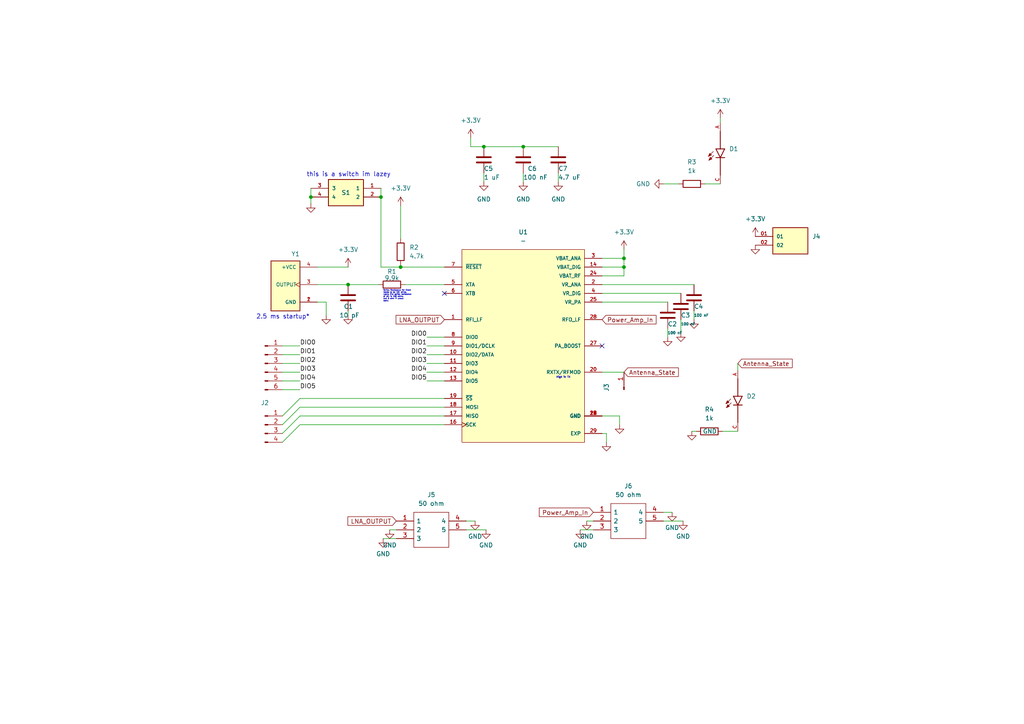
<source format=kicad_sch>
(kicad_sch (version 20230121) (generator eeschema)
  (paper "A4")
  (lib_symbols
    (symbol "0603 LED:LTST-C190KRKT" (pin_names (offset 1.016))
      (property "Reference" "D" (at -2.0351 4.0703 0))
      (property "Value" "LTST-C190KRKT" (at -2.0337 -3.8132 0))
      (symbol "LTST-C190KRKT_0_0"
        (polyline (pts (xy -5.08 0) (xy 0 0)) (stroke (width 0.254)))
        (polyline (pts (xy 0 -1.27) (xy 0 0)) (stroke (width 0.254)))
        (polyline (pts (xy 0 0) (xy 0 1.27)) (stroke (width 0.254)))
        (polyline (pts (xy 0 0) (xy 2.54 1.27)) (stroke (width 0.254)))
        (polyline (pts (xy 0.635 1.905) (xy -0.762 3.302)) (stroke (width 0.1524)))
        (polyline (pts (xy 1.778 2.032) (xy 0.381 3.429)) (stroke (width 0.1524)))
        (polyline (pts (xy 2.54 -1.27) (xy 0 0)) (stroke (width 0.254)))
        (polyline (pts (xy 2.54 -1.27) (xy 2.54 0)) (stroke (width 0.254)))
        (polyline (pts (xy 2.54 0) (xy 2.54 1.27)) (stroke (width 0.254)))
        (polyline (pts (xy 2.54 0) (xy 7.62 0)) (stroke (width 0.254)))
        (polyline (pts (xy -0.762 3.302) (xy 0.127 2.921) (xy -0.381 2.413) (xy -0.762 3.302)) (stroke (width 0.1524)) (fill (type outline)))
        (polyline (pts (xy 0.381 3.429) (xy 1.27 3.048) (xy 0.762 2.54) (xy 0.381 3.429)) (stroke (width 0.1524)) (fill (type outline)))
        (pin passive line (at 10.16 0 180) (length 2.54) (name "~") (number "A"))
        (pin passive line (at -7.62 0 0) (length 2.54) (name "~") (number "C"))
      )
    )
    (symbol "32 MHz TXCO:ASTX-13-D-32.000MHz-I05-T" (pin_names (offset 1.016))
      (property "Reference" "Y1" (at 0 12.7 0))
      (property "Value" "ASTX-13-D-32.000MHz-I05-T" (at 0 10.16 0))
      (symbol "ASTX-13-D-32.000MHz-I05-T_0_0"
        (rectangle (start 6.858 6.858) (end 15.24 -7.62) (stroke (width 0.254)) (fill (type background)))
        (pin power_in line (at 20.32 -5.08 180) (length 5.08) (name "GND") (number "1"))
        (pin power_in line (at 20.32 -5.08 180) (length 5.08) (name "GND") (number "2"))
        (pin output clock (at 20.32 0 180) (length 5.08) (name "OUTPUT") (number "3"))
        (pin power_in line (at 20.32 5.08 180) (length 5.08) (name "+VCC") (number "4"))
      )
    )
    (symbol "Connector:Conn_01x01_Pin" (pin_names (offset 1.016) hide)
      (property "Reference" "J" (at 0 2.54 0))
      (property "Value" "Conn_01x01_Pin" (at 0 -2.54 0))
      (symbol "Conn_01x01_Pin_1_1"
        (polyline (pts (xy 1.27 0) (xy 0.8636 0)) (stroke (width 0.1524)))
        (rectangle (start 0.8636 0.127) (end 0 -0.127) (stroke (width 0.1524)) (fill (type outline)))
        (pin passive line (at 5.08 0 180) (length 3.81) (name "Pin_1") (number "1"))
      )
    )
    (symbol "Connector:Conn_01x04_Pin" (pin_names (offset 1.016) hide)
      (property "Reference" "J" (at 0 5.08 0))
      (property "Value" "Conn_01x04_Pin" (at 0 -7.62 0))
      (symbol "Conn_01x04_Pin_1_1"
        (polyline (pts (xy 1.27 -5.08) (xy 0.8636 -5.08)) (stroke (width 0.1524)))
        (polyline (pts (xy 1.27 -2.54) (xy 0.8636 -2.54)) (stroke (width 0.1524)))
        (polyline (pts (xy 1.27 0) (xy 0.8636 0)) (stroke (width 0.1524)))
        (polyline (pts (xy 1.27 2.54) (xy 0.8636 2.54)) (stroke (width 0.1524)))
        (rectangle (start 0.8636 -4.953) (end 0 -5.207) (stroke (width 0.1524)) (fill (type outline)))
        (rectangle (start 0.8636 -2.413) (end 0 -2.667) (stroke (width 0.1524)) (fill (type outline)))
        (rectangle (start 0.8636 0.127) (end 0 -0.127) (stroke (width 0.1524)) (fill (type outline)))
        (rectangle (start 0.8636 2.667) (end 0 2.413) (stroke (width 0.1524)) (fill (type outline)))
        (pin passive line (at 5.08 2.54 180) (length 3.81) (name "Pin_1") (number "1"))
        (pin passive line (at 5.08 0 180) (length 3.81) (name "Pin_2") (number "2"))
        (pin passive line (at 5.08 -2.54 180) (length 3.81) (name "Pin_3") (number "3"))
        (pin passive line (at 5.08 -5.08 180) (length 3.81) (name "Pin_4") (number "4"))
      )
    )
    (symbol "Connector:Conn_01x06_Pin" (pin_names (offset 1.016) hide)
      (property "Reference" "J" (at 0 7.62 0))
      (property "Value" "Conn_01x06_Pin" (at 0 -10.16 0))
      (symbol "Conn_01x06_Pin_1_1"
        (polyline (pts (xy 1.27 -7.62) (xy 0.8636 -7.62)) (stroke (width 0.1524)))
        (polyline (pts (xy 1.27 -5.08) (xy 0.8636 -5.08)) (stroke (width 0.1524)))
        (polyline (pts (xy 1.27 -2.54) (xy 0.8636 -2.54)) (stroke (width 0.1524)))
        (polyline (pts (xy 1.27 0) (xy 0.8636 0)) (stroke (width 0.1524)))
        (polyline (pts (xy 1.27 2.54) (xy 0.8636 2.54)) (stroke (width 0.1524)))
        (polyline (pts (xy 1.27 5.08) (xy 0.8636 5.08)) (stroke (width 0.1524)))
        (rectangle (start 0.8636 -7.493) (end 0 -7.747) (stroke (width 0.1524)) (fill (type outline)))
        (rectangle (start 0.8636 -4.953) (end 0 -5.207) (stroke (width 0.1524)) (fill (type outline)))
        (rectangle (start 0.8636 -2.413) (end 0 -2.667) (stroke (width 0.1524)) (fill (type outline)))
        (rectangle (start 0.8636 0.127) (end 0 -0.127) (stroke (width 0.1524)) (fill (type outline)))
        (rectangle (start 0.8636 2.667) (end 0 2.413) (stroke (width 0.1524)) (fill (type outline)))
        (rectangle (start 0.8636 5.207) (end 0 4.953) (stroke (width 0.1524)) (fill (type outline)))
        (pin passive line (at 5.08 5.08 180) (length 3.81) (name "Pin_1") (number "1"))
        (pin passive line (at 5.08 2.54 180) (length 3.81) (name "Pin_2") (number "2"))
        (pin passive line (at 5.08 0 180) (length 3.81) (name "Pin_3") (number "3"))
        (pin passive line (at 5.08 -2.54 180) (length 3.81) (name "Pin_4") (number "4"))
        (pin passive line (at 5.08 -5.08 180) (length 3.81) (name "Pin_5") (number "5"))
        (pin passive line (at 5.08 -7.62 180) (length 3.81) (name "Pin_6") (number "6"))
      )
    )
    (symbol "Device:C" (pin_numbers hide) (pin_names (offset 0.254))
      (property "Reference" "C" (at 0.635 2.54 0))
      (property "Value" "C" (at 0.635 -2.54 0))
      (symbol "C_0_1"
        (polyline (pts (xy -2.032 -0.762) (xy 2.032 -0.762)) (stroke (width 0.508)))
        (polyline (pts (xy -2.032 0.762) (xy 2.032 0.762)) (stroke (width 0.508)))
      )
      (symbol "C_1_1"
        (pin passive line (at 0 3.81 270) (length 2.794) (name "~") (number "1"))
        (pin passive line (at 0 -3.81 90) (length 2.794) (name "~") (number "2"))
      )
    )
    (symbol "Device:R" (pin_numbers hide) (pin_names (offset 0))
      (property "Reference" "R" (at 2.032 0 90))
      (property "Value" "R" (at 0 0 90))
      (symbol "R_0_1"
        (rectangle (start -1.016 -2.54) (end 1.016 2.54) (stroke (width 0.254)))
      )
      (symbol "R_1_1"
        (pin passive line (at 0 3.81 270) (length 1.27) (name "~") (number "1"))
        (pin passive line (at 0 -3.81 90) (length 1.27) (name "~") (number "2"))
      )
    )
    (symbol "Push Button:PTS810SJK250SMTRLFS" (pin_names (offset 1.016))
      (property "Reference" "S" (at 16.51 7.62 0))
      (property "Value" "PTS810SJK250SMTRLFS" (at 16.51 5.08 0))
      (symbol "PTS810SJK250SMTRLFS_0_0"
        (rectangle (start 5.08 -5.08) (end 15.24 2.54) (stroke (width 0.254)) (fill (type background)))
        (pin bidirectional line (at 0 0 0) (length 5.08) (name "1") (number "1"))
        (pin bidirectional line (at 0 -2.54 0) (length 5.08) (name "2") (number "2"))
        (pin bidirectional line (at 20.32 0 180) (length 5.08) (name "3") (number "3"))
        (pin bidirectional line (at 20.32 -2.54 180) (length 5.08) (name "4") (number "4"))
      )
    )
    (symbol "SMA Jacks:5-1814400-2" (pin_names (offset 0.762))
      (property "Reference" "J" (at 16.51 7.62 0))
      (property "Value" "5-1814400-2" (at 16.51 5.08 0))
      (symbol "5-1814400-2_0_0"
        (pin passive line (at 0 0 0) (length 5.08) (name "1") (number "1"))
        (pin passive line (at 0 -2.54 0) (length 5.08) (name "2") (number "2"))
        (pin passive line (at 0 -5.08 0) (length 5.08) (name "3") (number "3"))
        (pin passive line (at 20.32 0 180) (length 5.08) (name "4") (number "4"))
        (pin passive line (at 20.32 -2.54 180) (length 5.08) (name "5") (number "5"))
      )
      (symbol "5-1814400-2_0_1"
        (polyline (pts (xy 5.08 2.54) (xy 15.24 2.54) (xy 15.24 -7.62) (xy 5.08 -7.62) (xy 5.08 2.54)) (stroke (width 0.1524)))
      )
    )
    (symbol "Two Terminal Block:1935776" (pin_names (offset 1.016))
      (property "Reference" "J" (at -5.08 5.842 0))
      (property "Value" "1935776" (at -5.08 -5.08 0))
      (symbol "1935776_0_0"
        (rectangle (start -5.08 -2.54) (end 5.08 5.08) (stroke (width 0.254)) (fill (type background)))
        (pin passive line (at -10.16 2.54 0) (length 5.08) (name "01") (number "01"))
        (pin passive line (at -10.16 0 0) (length 5.08) (name "02") (number "02"))
      )
    )
    (symbol "power:+3.3V" (power) (pin_names (offset 0))
      (property "Value" "+3.3V" (at 0 3.556 0))
      (symbol "+3.3V_0_1"
        (polyline (pts (xy -0.762 1.27) (xy 0 2.54)))
        (polyline (pts (xy 0 0) (xy 0 2.54)))
        (polyline (pts (xy 0 2.54) (xy 0.762 1.27)))
      )
      (symbol "+3.3V_1_1"
        (pin power_in line (at 0 0 90) (length 0) hide (name "+3.3V") (number "1"))
      )
    )
    (symbol "power:GND" (power) (pin_names (offset 0))
      (property "Value" "GND" (at 0 -3.81 0))
      (symbol "GND_0_1"
        (polyline (pts (xy 0 0) (xy 0 -1.27) (xy 1.27 -1.27) (xy 0 -2.54) (xy -1.27 -1.27) (xy 0 -1.27)))
      )
      (symbol "GND_1_1"
        (pin power_in line (at 0 0 270) (length 0) hide (name "GND") (number "1"))
      )
    )
    (symbol "sx1278:SX1278" (pin_names (offset 1.016))
      (property "Reference" "U" (at -17.78 30.48 0))
      (property "Value" "SX1278" (at -17.78 -30.48 0))
      (symbol "SX1278_0_0"
        (rectangle (start -17.78 -27.94) (end 17.78 27.94) (stroke (width 0.1524)) (fill (type background)))
        (pin input line (at -22.86 7.62 0) (length 5.08) (name "RFI_LF") (number "1"))
        (pin bidirectional line (at -22.86 -2.54 0) (length 5.08) (name "DIO2/DATA") (number "10"))
        (pin bidirectional line (at -22.86 -5.08 0) (length 5.08) (name "DIO3") (number "11"))
        (pin bidirectional line (at -22.86 -7.62 0) (length 5.08) (name "DIO4") (number "12"))
        (pin bidirectional line (at -22.86 -10.16 0) (length 5.08) (name "DIO5") (number "13"))
        (pin power_in line (at 22.86 22.86 180) (length 5.08) (name "VBAT_DIG") (number "14"))
        (pin power_in line (at 22.86 -20.32 180) (length 5.08) (name "GND") (number "15"))
        (pin input clock (at -22.86 -22.86 0) (length 5.08) (name "SCK") (number "16"))
        (pin output line (at -22.86 -20.32 0) (length 5.08) (name "MISO") (number "17"))
        (pin input line (at -22.86 -17.78 0) (length 5.08) (name "MOSI") (number "18"))
        (pin input line (at -22.86 -15.24 0) (length 5.08) (name "~{SS}") (number "19"))
        (pin power_in line (at 22.86 17.78 180) (length 5.08) (name "VR_ANA") (number "2"))
        (pin output line (at 22.86 -7.62 180) (length 5.08) (name "RXTX/RFMOD") (number "20"))
        (pin power_in line (at 22.86 -20.32 180) (length 5.08) (name "GND") (number "21"))
        (pin power_in line (at 22.86 -20.32 180) (length 5.08) (name "GND") (number "22"))
        (pin power_in line (at 22.86 -20.32 180) (length 5.08) (name "GND") (number "23"))
        (pin power_in line (at 22.86 20.32 180) (length 5.08) (name "VBAT_RF") (number "24"))
        (pin power_in line (at 22.86 12.7 180) (length 5.08) (name "VR_PA") (number "25"))
        (pin power_in line (at 22.86 -20.32 180) (length 5.08) (name "GND") (number "26"))
        (pin output line (at 22.86 0 180) (length 5.08) (name "PA_BOOST") (number "27"))
        (pin output line (at 22.86 7.62 180) (length 5.08) (name "RFO_LF") (number "28"))
        (pin power_in line (at 22.86 -25.4 180) (length 5.08) (name "EXP") (number "29"))
        (pin power_in line (at 22.86 25.4 180) (length 5.08) (name "VBAT_ANA") (number "3"))
        (pin power_in line (at 22.86 15.24 180) (length 5.08) (name "VR_DIG") (number "4"))
        (pin bidirectional line (at -22.86 17.78 0) (length 5.08) (name "XTA") (number "5"))
        (pin bidirectional line (at -22.86 15.24 0) (length 5.08) (name "XTB") (number "6"))
        (pin bidirectional line (at -22.86 22.86 0) (length 5.08) (name "~{RESET}") (number "7"))
        (pin bidirectional line (at -22.86 2.54 0) (length 5.08) (name "DIO0") (number "8"))
        (pin bidirectional line (at -22.86 0 0) (length 5.08) (name "DIO1/DCLK") (number "9"))
      )
    )
  )
  (junction (at 140.335 42.545))
  (junction (at 110.49 57.15))
  (junction (at 180.975 74.93))
  (junction (at 151.765 42.545))
  (junction (at 180.975 77.47))
  (junction (at 116.205 77.47))
  (junction (at 90.17 57.15))
  (junction (at 100.965 82.55))
  (no_connect (at 128.905 85.09))
  (no_connect (at 174.625 100.33))
  (wire (pts (xy 100.965 90.17) (xy 100.965 91.44)))
  (wire (pts (xy 193.675 95.25) (xy 193.675 97.79)))
  (wire (pts (xy 174.625 107.95) (xy 180.975 107.95)))
  (wire (pts (xy 192.405 53.34) (xy 196.85 53.34)))
  (wire (pts (xy 94.615 87.63) (xy 94.615 91.44)))
  (wire (pts (xy 140.335 50.165) (xy 140.335 52.705)))
  (wire (pts (xy 135.255 151.13) (xy 137.795 151.13)))
  (wire (pts (xy 110.49 54.61) (xy 110.49 57.15)))
  (wire (pts (xy 116.205 59.69) (xy 116.205 69.215)))
  (wire (pts (xy 113.03 153.67) (xy 114.935 153.67)))
  (wire (pts (xy 180.975 74.93) (xy 180.975 77.47)))
  (wire (pts (xy 209.55 125.095) (xy 213.995 125.095)))
  (wire (pts (xy 81.915 107.95) (xy 86.995 107.95)))
  (wire (pts (xy 174.625 87.63) (xy 193.675 87.63)))
  (wire (pts (xy 180.975 72.39) (xy 180.975 74.93)))
  (wire (pts (xy 174.625 77.47) (xy 180.975 77.47)))
  (wire (pts (xy 128.905 97.79) (xy 123.825 97.79)))
  (wire (pts (xy 174.625 120.65) (xy 179.705 120.65)))
  (wire (pts (xy 111.125 156.21) (xy 114.935 156.21)))
  (wire (pts (xy 128.905 120.65) (xy 86.995 120.65)))
  (wire (pts (xy 168.275 153.67) (xy 172.085 153.67)))
  (wire (pts (xy 175.895 125.73) (xy 175.895 128.27)))
  (wire (pts (xy 174.625 125.73) (xy 175.895 125.73)))
  (wire (pts (xy 81.915 110.49) (xy 86.995 110.49)))
  (wire (pts (xy 151.765 42.545) (xy 161.925 42.545)))
  (wire (pts (xy 92.075 82.55) (xy 100.965 82.55)))
  (wire (pts (xy 92.075 87.63) (xy 94.615 87.63)))
  (wire (pts (xy 128.905 118.11) (xy 86.995 118.11)))
  (wire (pts (xy 100.965 82.55) (xy 109.855 82.55)))
  (wire (pts (xy 90.17 57.15) (xy 90.17 59.055)))
  (wire (pts (xy 204.47 53.34) (xy 208.915 53.34)))
  (wire (pts (xy 86.995 120.65) (xy 81.915 125.73)))
  (wire (pts (xy 151.765 50.165) (xy 151.765 52.705)))
  (wire (pts (xy 81.915 102.87) (xy 86.995 102.87)))
  (wire (pts (xy 174.625 82.55) (xy 201.295 82.55)))
  (wire (pts (xy 116.205 77.47) (xy 128.905 77.47)))
  (wire (pts (xy 201.295 90.17) (xy 201.295 92.71)))
  (wire (pts (xy 128.905 105.41) (xy 123.825 105.41)))
  (wire (pts (xy 161.925 50.165) (xy 161.925 52.705)))
  (wire (pts (xy 140.335 42.545) (xy 151.765 42.545)))
  (wire (pts (xy 86.995 123.19) (xy 81.915 128.27)))
  (wire (pts (xy 116.205 76.835) (xy 116.205 77.47)))
  (wire (pts (xy 110.49 57.15) (xy 110.49 77.47)))
  (wire (pts (xy 208.915 34.29) (xy 208.915 35.56)))
  (wire (pts (xy 197.485 92.71) (xy 197.485 96.52)))
  (wire (pts (xy 192.405 151.13) (xy 198.12 151.13)))
  (wire (pts (xy 192.405 148.59) (xy 194.945 148.59)))
  (wire (pts (xy 92.075 77.47) (xy 100.965 77.47)))
  (wire (pts (xy 110.49 77.47) (xy 116.205 77.47)))
  (wire (pts (xy 86.995 118.11) (xy 81.915 123.19)))
  (wire (pts (xy 81.915 105.41) (xy 86.995 105.41)))
  (wire (pts (xy 174.625 74.93) (xy 180.975 74.93)))
  (wire (pts (xy 128.905 115.57) (xy 86.995 115.57)))
  (wire (pts (xy 174.625 80.01) (xy 180.975 80.01)))
  (wire (pts (xy 128.905 100.33) (xy 123.825 100.33)))
  (wire (pts (xy 136.525 40.005) (xy 136.525 42.545)))
  (wire (pts (xy 128.905 102.87) (xy 123.825 102.87)))
  (wire (pts (xy 117.475 82.55) (xy 128.905 82.55)))
  (wire (pts (xy 81.915 100.33) (xy 86.995 100.33)))
  (wire (pts (xy 180.975 77.47) (xy 180.975 80.01)))
  (wire (pts (xy 136.525 42.545) (xy 140.335 42.545)))
  (wire (pts (xy 86.995 115.57) (xy 81.915 120.65)))
  (wire (pts (xy 174.625 85.09) (xy 197.485 85.09)))
  (wire (pts (xy 128.905 107.95) (xy 123.825 107.95)))
  (wire (pts (xy 135.255 153.67) (xy 140.97 153.67)))
  (wire (pts (xy 128.905 123.19) (xy 86.995 123.19)))
  (wire (pts (xy 170.18 151.13) (xy 172.085 151.13)))
  (wire (pts (xy 179.705 120.65) (xy 179.705 123.19)))
  (wire (pts (xy 213.995 105.41) (xy 213.995 107.315)))
  (wire (pts (xy 128.905 110.49) (xy 123.825 110.49)))
  (wire (pts (xy 90.17 54.61) (xy 90.17 57.15)))
  (wire (pts (xy 81.915 113.03) (xy 86.995 113.03)))
  (wire (pts (xy 200.66 125.095) (xy 201.93 125.095)))
  (text "2.5 ms startup*\n" (at 74.295 92.71 0) (effects (font (size 1.27 1.27)) (justify left bottom)))
  (text "Series Resistance for Clock \nneeds to be 10k ohms. \nLooks like series resistance \nof pin is 100 ohms.\nUse 0 ohm if unece\nssary\n" (at 111.125 87.63 0) (effects (font (size 0.381 0.381)) (justify left bottom)))
  (text "High in TX" (at 161.29 109.855 0) (effects (font (size 0.508 0.508)) (justify left bottom)))
  (text "this is a switch im lazey " (at 88.9 51.435 0) (effects (font (size 1.27 1.27)) (justify left bottom)))
  (label "DIO5" (at 86.995 113.03 0))
  (label "DIO1" (at 86.995 102.87 0))
  (label "DIO3" (at 123.825 105.41 180))
  (label "DIO3" (at 86.995 107.95 0))
  (label "DIO5" (at 123.825 110.49 180))
  (label "DIO4" (at 123.825 107.95 180))
  (label "DIO4" (at 86.995 110.49 0))
  (label "DIO1" (at 123.825 100.33 180))
  (label "DIO2" (at 123.825 102.87 180))
  (label "DIO0" (at 123.825 97.79 180))
  (label "DIO2" (at 86.995 105.41 0))
  (label "DIO0" (at 86.995 100.33 0))
  (global_label "Antenna_State" (shape input) (at 213.995 105.41 0) (property "Intersheetrefs" "${INTERSHEET_REFS}" (effects hide)))
  (global_label "Power_Amp_In" (shape input) (at 172.085 148.59 180) (property "Intersheetrefs" "${INTERSHEET_REFS}" (effects hide)))
  (global_label "Antenna_State" (shape input) (at 180.975 107.95 0) (property "Intersheetrefs" "${INTERSHEET_REFS}" (effects hide)))
  (global_label "Power_Amp_In" (shape input) (at 174.625 92.71 0) (property "Intersheetrefs" "${INTERSHEET_REFS}" (effects hide)))
  (global_label "LNA_OUTPUT" (shape input) (at 114.935 151.13 180) (property "Intersheetrefs" "${INTERSHEET_REFS}" (effects hide)))
  (global_label "LNA_OUTPUT" (shape input) (at 128.905 92.71 180) (property "Intersheetrefs" "${INTERSHEET_REFS}" (effects hide)))
  (symbol (lib_id "Two Terminal Block:1935776") (at 229.235 71.12 0) (unit 1)
    (property "Reference" "J4" (at 235.585 68.58 0) (effects (justify left)))
    (property "Value" "-" (effects hide))
    (property "Footprint" "terminal block:PHOENIX_1935776" (effects hide))
    (property "Description" "TERM BLK 2POS SIDE ENTRY 5MM PCB" (effects hide))
    (property "Link" "https://www.digikey.com/en/products/detail/phoenix-contact/1935776/2513905" (effects hide))
    (property "Manufacturer" "Phoenix Contact" (effects hide))
    (property "Part Number" "1935776" (effects hide))
    (property "Vendor" "Digikey" (effects hide))
    (property "Vendor ID" "277-6405-ND" (effects hide))
  )
  (symbol (lib_id "Device:C") (at 151.765 46.355 0) (unit 1)
    (property "Reference" "C6" (at 153.035 48.895 0) (effects (justify left)))
    (property "Value" "100 nF" (at 151.765 51.435 0) (effects (justify left)))
    (property "Footprint" "Capacitor_SMD:C_0603_1608Metric_Pad1.08x0.95mm_HandSolder" (effects hide))
    (property "Description" "CAP CER 0.1UF 25V X7R 0603" (effects hide))
    (property "Link" "https://www.digikey.com/en/products/detail/w%C3%BCrth-elektronik/885012206071/5453844" (effects hide))
    (property "Manufacturer" "Würth Elektronik" (effects hide))
    (property "Part Number" "885012206071" (effects hide))
    (property "Vendor" "Digikey" (effects hide))
    (property "Vendor ID" "732-7989-1-ND" (effects hide))
  )
  (symbol (lib_id "0603 LED:LTST-C190KRKT") (at 213.995 117.475 90) (unit 1)
    (property "Reference" "D2" (at 216.535 114.935 90) (effects (justify right)))
    (property "Value" "-" (effects hide))
    (property "Footprint" "0603 LED:LEDC1608X35N" (effects hide))
    (property "Description" "LED RED CLEAR CHIP SMD" (effects hide))
    (property "Link" "https://www.digikey.com/en/products/detail/liteon/LTST-C190KRKT/386817?s=N4IgTCBcDaIDIBUDKCC0BhAjATgAwGkAlfBAAhAF0BfIA" (effects hide))
    (property "Manufacturer" "Lite-On Inc." (effects hide))
    (property "Part Number" "LTST-C190KRKT" (effects hide))
    (property "Vendor" "Digikey" (effects hide))
    (property "Vendor ID" "160-1436-1-ND" (effects hide))
  )
  (symbol (lib_id "Device:R") (at 200.66 53.34 90) (unit 1)
    (property "Reference" "R3" (at 200.66 46.99 90))
    (property "Value" "1k" (at 200.66 49.53 90))
    (property "Footprint" "Resistor_SMD:R_0603_1608Metric_Pad0.98x0.95mm_HandSolder" (effects hide))
    (property "Description" "RES SMD 1K OHM 5% 1/10W 0603" (effects hide))
    (property "Link" "https://www.digikey.com/en/products/detail/panasonic-electronic-components/ERJ-3GEYJ102V/68472?s=N4IgjCBcoExaBjKAzAhgGwM4FMA0IB7KAbXABYAGANjJAF18AHAFyhAGVmAnASwDsA5iAC%2B%2BAMzwQSSGix5CJEDACsFCQxAs2nXoJH5lk6bJz4ikUmLBUAnGFoatkDt35DR4KkZQZTCiyBiNjBkXo6szjpu%2BuAA7N4yvvLmpGDBhuHarnoeoQkmyYqxABwUcJmR2e74YLG00FI%2BcmaKZGC1ZOVMES661UrKcA3GSS0BITA2Yg7dWX0xsRTxw01%2BKYFgMGAUGbOV8x7tMMuIq4Xj9HsgAJJ8zNgC2Fwxm3b5o-6WwWS7mj1RORqqgo72anxAyisMz%2Bc2ih0hEBWiTB6wgFV6cJqNmKNlBa0UILoHhgFGKhiRBTGqQABABrADyAAsALaYS4w5wAVT4PGY9OQAFlsKhMABXLjYGIAWkRp2R%2BIC23oHil9TllPBxWKtgcKvJ6o%2BqJA%2BDgJrI6hVJ0a8vOpCo2zKFFwSqJwmEQA" (effects hide))
    (property "Manufacturer" "Panasonic Electronic Components" (effects hide))
    (property "Part Number" "ERJ-3GEYJ102V" (effects hide))
    (property "Vendor" "Digikey" (effects hide))
    (property "Vendor ID" "P1.0KGCT-ND" (effects hide))
  )
  (symbol (lib_id "power:GND") (at 194.945 148.59 0) (unit 1)
    (property "Reference" "#PWR027" (effects hide))
    (property "Value" "GND" (at 194.945 153.035 0))
  )
  (symbol (lib_id "Device:C") (at 140.335 46.355 0) (unit 1)
    (property "Reference" "C5" (at 140.335 48.895 0) (effects (justify left)))
    (property "Value" "1 uF" (at 140.335 51.435 0) (effects (justify left)))
    (property "Footprint" "Capacitor_SMD:C_0603_1608Metric_Pad1.08x0.95mm_HandSolder" (effects hide))
    (property "Description" "CAP CER 1UF 10V X5R 0603" (effects hide))
    (property "Link" "https://www.digikey.com/en/products/detail/w%C3%BCrth-elektronik/885012106010/5453762" (effects hide))
    (property "Manufacturer" "Würth Elektronik" (effects hide))
    (property "Part Number" "885012106010" (effects hide))
    (property "Vendor" "Digikey" (effects hide))
    (property "Vendor ID" "732-7907-1-ND" (effects hide))
  )
  (symbol (lib_id "power:GND") (at 90.17 59.055 0) (unit 1)
    (property "Reference" "#PWR01" (effects hide))
    (property "Value" "GND" (effects hide))
  )
  (symbol (lib_id "power:GND") (at 200.66 125.095 0) (unit 1)
    (property "Reference" "#PWR018" (effects hide))
    (property "Value" "GND" (at 203.835 125.095 0) (effects (justify left)))
  )
  (symbol (lib_id "Device:C") (at 193.675 91.44 0) (unit 1)
    (property "Reference" "C2" (at 193.675 93.98 0) (effects (justify left)))
    (property "Value" "100 nF" (at 193.675 96.52 0) (effects (font (size 0.762 0.762)) (justify left)))
    (property "Footprint" "Capacitor_SMD:C_0603_1608Metric_Pad1.08x0.95mm_HandSolder" (effects hide))
    (property "Description" "CAP CER 0.1UF 25V X7R 0603" (effects hide))
    (property "Link" "https://www.digikey.com/en/products/detail/w%C3%BCrth-elektronik/885012206071/5453844" (effects hide))
    (property "Manufacturer" "Würth Elektronik" (effects hide))
    (property "Part Number" "885012206071" (effects hide))
    (property "Vendor" "Digikey" (effects hide))
    (property "Vendor ID" "732-7989-1-ND" (effects hide))
  )
  (symbol (lib_id "power:GND") (at 201.295 92.71 0) (unit 1)
    (property "Reference" "#PWR011" (effects hide))
    (property "Value" "GND" (effects hide))
  )
  (symbol (lib_id "power:GND") (at 94.615 91.44 0) (unit 1)
    (property "Reference" "#PWR02" (effects hide))
    (property "Value" "GND" (effects hide))
  )
  (symbol (lib_id "Device:C") (at 201.295 86.36 0) (unit 1)
    (property "Reference" "C4" (at 201.295 88.9 0) (effects (justify left)))
    (property "Value" "100 nF" (at 201.295 91.44 0) (effects (font (size 0.762 0.762)) (justify left)))
    (property "Footprint" "Capacitor_SMD:C_0603_1608Metric_Pad1.08x0.95mm_HandSolder" (effects hide))
    (property "Description" "CAP CER 0.1UF 25V X7R 0603" (effects hide))
    (property "Link" "https://www.digikey.com/en/products/detail/w%C3%BCrth-elektronik/885012206071/5453844" (effects hide))
    (property "Manufacturer" "Würth Elektronik" (effects hide))
    (property "Part Number" "885012206071" (effects hide))
    (property "Vendor" "Digikey" (effects hide))
    (property "Vendor ID" "732-7989-1-ND" (effects hide))
  )
  (symbol (lib_id "0603 LED:LTST-C190KRKT") (at 208.915 45.72 90) (unit 1)
    (property "Reference" "D1" (at 211.455 43.18 90) (effects (justify right)))
    (property "Value" "-" (effects hide))
    (property "Footprint" "0603 LED:LEDC1608X35N" (effects hide))
    (property "Description" "LED RED CLEAR CHIP SMD" (effects hide))
    (property "Link" "https://www.digikey.com/en/products/detail/liteon/LTST-C190KRKT/386817?s=N4IgTCBcDaIDIBUDKCC0BhAjATgAwGkAlfBAAhAF0BfIA" (effects hide))
    (property "Manufacturer" "Lite-On Inc." (effects hide))
    (property "Part Number" "LTST-C190KRKT" (effects hide))
    (property "Vendor" "Digikey" (effects hide))
    (property "Vendor ID" "160-1436-1-ND" (effects hide))
  )
  (symbol (lib_id "power:GND") (at 151.765 52.705 0) (unit 1)
    (property "Reference" "#PWR014" (effects hide))
    (property "Value" "GND" (at 151.765 57.785 0))
  )
  (symbol (lib_id "Device:C") (at 100.965 86.36 0) (unit 1)
    (property "Reference" "C1" (at 99.695 88.9 0) (effects (justify left)))
    (property "Value" "10 pF" (at 98.425 91.44 0) (effects (justify left)))
    (property "Footprint" "Capacitor_SMD:C_0603_1608Metric_Pad1.08x0.95mm_HandSolder" (effects hide))
    (property "Description" "CAP CER 10PF 16V C0G/NP0 0603" (effects hide))
    (property "Link" "https://www.digikey.com/en/products/detail/w%C3%BCrth-elektronik/885012006017/5453615" (effects hide))
    (property "Manufacturer" "Würth Elektronik" (effects hide))
    (property "Part Number" "885012006017" (effects hide))
    (property "Vendor" "Digikey" (effects hide))
    (property "Vendor ID" "732-7760-1-ND" (effects hide))
  )
  (symbol (lib_id "power:GND") (at 170.18 151.13 0) (unit 1)
    (property "Reference" "#PWR026" (effects hide))
    (property "Value" "GND" (at 170.18 155.575 0))
  )
  (symbol (lib_id "power:GND") (at 193.675 97.79 0) (unit 1)
    (property "Reference" "#PWR09" (effects hide))
    (property "Value" "GND" (effects hide))
  )
  (symbol (lib_id "power:GND") (at 168.275 153.67 0) (unit 1)
    (property "Reference" "#PWR025" (effects hide))
    (property "Value" "GND" (at 168.275 158.115 0))
  )
  (symbol (lib_id "Device:R") (at 113.665 82.55 90) (unit 1)
    (property "Reference" "R1" (at 113.665 78.74 90))
    (property "Value" "9.9k" (at 113.665 80.645 90))
    (property "Footprint" "Resistor_SMD:R_0603_1608Metric_Pad0.98x0.95mm_HandSolder" (effects hide))
    (property "Description" "RES SMD 10K OHM 5% 1/10W 0603" (effects hide))
    (property "Link" "https://www.digikey.com/en/products/detail/panasonic-electronic-components/ERJ-3GEYJ103V/135662" (effects hide))
    (property "Manufacturer" "Panasonic Electronic Components" (effects hide))
    (property "Part Number" "ERJ-3GEYJ103V" (effects hide))
    (property "Vendor" "Digikey" (effects hide))
    (property "Vendor ID" "P10KGCT-ND" (effects hide))
  )
  (symbol (lib_id "power:GND") (at 197.485 96.52 0) (unit 1)
    (property "Reference" "#PWR010" (effects hide))
    (property "Value" "GND" (effects hide))
  )
  (symbol (lib_id "Device:R") (at 116.205 73.025 0) (unit 1)
    (property "Reference" "R2" (at 118.745 71.755 0) (effects (justify left)))
    (property "Value" "4.7k" (at 118.745 74.295 0) (effects (justify left)))
    (property "Footprint" "Resistor_SMD:R_0603_1608Metric_Pad0.98x0.95mm_HandSolder" (effects hide))
    (property "Description" "4.7 kOhms ±5% 0.1W, 1/10W Chip Resistor 0603 (1608 Metric) Automotive AEC-Q200 Thick Film" (effects hide))
    (property "Link" "https://www.digikey.com/en/products/detail/panasonic-electronic-components/ERJ-3GEYJ472V/135912" (effects hide))
    (property "Manufacturer" "Panasonic Electronic Components" (effects hide))
    (property "Part Number" "ERJ-3GEYJ472V" (effects hide))
    (property "Vendor" "Digikey" (effects hide))
    (property "Vendor ID" "P4.7KGCT-ND" (effects hide))
  )
  (symbol (lib_id "power:GND") (at 175.895 128.27 0) (unit 1)
    (property "Reference" "#PWR06" (effects hide))
    (property "Value" "GND" (effects hide))
  )
  (symbol (lib_id "power:GND") (at 161.925 52.705 0) (unit 1)
    (property "Reference" "#PWR015" (effects hide))
    (property "Value" "GND" (at 161.925 57.785 0))
  )
  (symbol (lib_id "Device:R") (at 205.74 125.095 90) (unit 1)
    (property "Reference" "R4" (at 205.74 118.745 90))
    (property "Value" "1k" (at 205.74 121.285 90))
    (property "Footprint" "Resistor_SMD:R_0603_1608Metric_Pad0.98x0.95mm_HandSolder" (effects hide))
    (property "Description" "RES SMD 1K OHM 5% 1/10W 0603" (effects hide))
    (property "Link" "https://www.digikey.com/en/products/detail/panasonic-electronic-components/ERJ-3GEYJ102V/68472?s=N4IgjCBcoExaBjKAzAhgGwM4FMA0IB7KAbXABYAGANjJAF18AHAFyhAGVmAnASwDsA5iAC%2B%2BAMzwQSSGix5CJEDACsFCQxAs2nXoJH5lk6bJz4ikUmLBUAnGFoatkDt35DR4KkZQZTCiyBiNjBkXo6szjpu%2BuAA7N4yvvLmpGDBhuHarnoeoQkmyYqxABwUcJmR2e74YLG00FI%2BcmaKZGC1ZOVMES661UrKcA3GSS0BITA2Yg7dWX0xsRTxw01%2BKYFgMGAUGbOV8x7tMMuIq4Xj9HsgAJJ8zNgC2Fwxm3b5o-6WwWS7mj1RORqqgo72anxAyisMz%2Bc2ih0hEBWiTB6wgFV6cJqNmKNlBa0UILoHhgFGKhiRBTGqQABABrADyAAsALaYS4w5wAVT4PGY9OQAFlsKhMABXLjYGIAWkRp2R%2BIC23oHil9TllPBxWKtgcKvJ6o%2BqJA%2BDgJrI6hVJ0a8vOpCo2zKFFwSqJwmEQA" (effects hide))
    (property "Manufacturer" "Panasonic Electronic Components" (effects hide))
    (property "Part Number" "ERJ-3GEYJ102V" (effects hide))
    (property "Vendor" "Digikey" (effects hide))
    (property "Vendor ID" "P1.0KGCT-ND" (effects hide))
  )
  (symbol (lib_id "Push Button:PTS810SJK250SMTRLFS") (at 110.49 54.61 0) (mirror y) (unit 1)
    (property "Reference" "S1" (at 100.33 55.88 0))
    (property "Value" "-" (effects hide))
    (property "Footprint" "Tactile Switch:PTS810SJG250SMTRLFS" (effects hide))
    (property "Description" "SWITCH TACTILE SPST-NO 0.05A 16V" (effects hide))
    (property "Link" "https://www.digikey.com/en/products/detail/c-k/PTS810-SJK-250-SMTR-LFS/4176611?s=N4IgTCBcDaIAoBUDKAOAjABiQKQNJgFYsBZBAJQBkAxJEAXQF8g" (effects hide))
    (property "Manufacturer" "C&K" (effects hide))
    (property "Part Number" "PTS810 SJK 250 SMTR LFS" (effects hide))
    (property "Vendor" "Digikey" (effects hide))
    (property "Vendor ID" "CKN10503CT-ND" (effects hide))
  )
  (symbol (lib_id "power:GND") (at 140.335 52.705 0) (unit 1)
    (property "Reference" "#PWR013" (effects hide))
    (property "Value" "GND" (at 140.335 57.785 0))
  )
  (symbol (lib_id "power:GND") (at 113.03 153.67 0) (unit 1)
    (property "Reference" "#PWR022" (effects hide))
    (property "Value" "GND" (at 113.03 158.115 0))
  )
  (symbol (lib_id "SMA Jacks:5-1814400-2") (at 172.085 148.59 0) (unit 1)
    (property "Reference" "J6" (at 182.245 140.97 0))
    (property "Value" "50 ohm" (at 182.245 143.51 0))
    (property "Footprint" "sma:518144002" (effects hide))
    (property "Description" "CONN SMA JACK R/A 50 OHM PCB" (effects hide))
    (property "Link" "https://www.digikey.com/en/products/detail/te-connectivity-amp-connectors/5-1814400-2/11498408?utm_adgroup=RF%20%26%20RFID&utm_source=google&utm_medium=cpc&utm_campaign=Dynamic%20Search_EN_RLSA_Cart&utm_term=&utm_content=RF%20%26%20RFID&utm_id=go_cmp-175054875_adg-15264283635_ad-665604606416_aud-505192123630:dsa-152295748091_dev-c_ext-_prd-_sig-CjwKCAjw7c2pBhAZEiwA88pOF5LthMYWSTqa-AciiuAKjxBdrXR98jc6iUU6iGaURKHmJ3UG9S-BWBoCcRMQAvD_BwE&gclid=CjwKCAjw7c2pBhAZEiwA88pOF5LthMYWSTqa-AciiuAKjxBdrXR98jc6iUU6iGaURKHmJ3UG9S-BWBoCcRMQAvD_BwE" (effects hide))
    (property "Manufacturer" "TE Connectivity AMP Connectors" (effects hide))
    (property "Part Number" "5-1814400-2" (effects hide))
    (property "Vendor" "Digikey" (effects hide))
    (property "Vendor ID" "17-5-1814400-2CT-ND" (effects hide))
  )
  (symbol (lib_id "power:GND") (at 192.405 53.34 270) (unit 1)
    (property "Reference" "#PWR016" (effects hide))
    (property "Value" "GND" (at 188.595 53.34 90) (effects (justify right)))
  )
  (symbol (lib_id "power:+3.3V") (at 136.525 40.005 0) (unit 1)
    (property "Reference" "#PWR012" (effects hide))
    (property "Value" "+3.3V" (at 136.525 34.925 0))
  )
  (symbol (lib_id "power:+3.3V") (at 116.205 59.69 0) (unit 1)
    (property "Reference" "#PWR05" (effects hide))
    (property "Value" "+3.3V" (at 116.205 54.61 0))
  )
  (symbol (lib_id "32 MHz TXCO:ASTX-13-D-32.000MHz-I05-T") (at 71.755 82.55 0) (unit 1)
    (property "Reference" "Y1" (at 85.725 73.66 0))
    (property "Value" "32 MHz" (effects hide))
    (property "Footprint" "32 MHz Clock:XTAL_ASTX-13-D-32.000MHz-I05-T" (effects hide))
    (property "Link" "https://www.digikey.com/en/products/detail/jauch-quartz/O-30-0-JT22S-B-K-3-3-LF/8107815" (effects hide))
    (property "Manufacturer" "Jauch Quartz" (effects hide))
    (property "Part Number" "O 30,0-JT22S-B-K-3,3-LF" (effects hide))
    (property "Vendor" "Digikey" (effects hide))
    (property "Vendor ID" "1908-1040-1-ND" (effects hide))
  )
  (symbol (lib_id "power:+3.3V") (at 219.075 68.58 0) (unit 1)
    (property "Reference" "#PWR019" (effects hide))
    (property "Value" "+3.3V" (at 219.075 63.5 0))
  )
  (symbol (lib_id "Device:C") (at 197.485 88.9 0) (unit 1)
    (property "Reference" "C3" (at 197.485 91.44 0) (effects (justify left)))
    (property "Value" "100 nF" (at 197.485 93.98 0) (effects (font (size 0.762 0.762)) (justify left)))
    (property "Footprint" "Capacitor_SMD:C_0603_1608Metric_Pad1.08x0.95mm_HandSolder" (effects hide))
    (property "Description" "CAP CER 0.1UF 25V X7R 0603" (effects hide))
    (property "Link" "https://www.digikey.com/en/products/detail/w%C3%BCrth-elektronik/885012206071/5453844" (effects hide))
    (property "Manufacturer" "Würth Elektronik" (effects hide))
    (property "Part Number" "885012206071" (effects hide))
    (property "Vendor" "Digikey" (effects hide))
    (property "Vendor ID" "732-7989-1-ND" (effects hide))
  )
  (symbol (lib_id "power:GND") (at 100.965 91.44 0) (unit 1)
    (property "Reference" "#PWR04" (effects hide))
    (property "Value" "GND" (effects hide))
  )
  (symbol (lib_id "power:GND") (at 198.12 151.13 0) (unit 1)
    (property "Reference" "#PWR028" (effects hide))
    (property "Value" "GND" (at 198.12 155.575 0))
  )
  (symbol (lib_id "power:GND") (at 137.795 151.13 0) (unit 1)
    (property "Reference" "#PWR023" (effects hide))
    (property "Value" "GND" (at 137.795 155.575 0))
  )
  (symbol (lib_id "power:+3.3V") (at 208.915 34.29 0) (unit 1)
    (property "Reference" "#PWR017" (effects hide))
    (property "Value" "+3.3V" (at 208.915 29.21 0))
  )
  (symbol (lib_id "Device:C") (at 161.925 46.355 0) (unit 1)
    (property "Reference" "C7" (at 161.925 48.895 0) (effects (justify left)))
    (property "Value" "4.7 uF" (at 161.925 51.435 0) (effects (justify left)))
    (property "Footprint" "Capacitor_SMD:C_0603_1608Metric_Pad1.08x0.95mm_HandSolder" (effects hide))
    (property "Description" "CAP CER 4.7UF 6.3V X5R 0603" (effects hide))
    (property "Link" "https://www.digikey.com/en/products/detail/w%C3%BCrth-elektronik/885012106005/5453757?s=N4IgjCBcpgbFoDGUBmBDANgZwKYBoQB7KAbRAGYBOAJgBZ4BdAgBwBcoQBlVgJwEsAdgHMQAXwJhKADkoIQySOmz4ipEAAYQDcSGrras6PNSZcBYpDK0AdAHYABAFaAYlpbtIIAKoC%2BrAPIoALI4aFgArjw4YgQAtNRyCrzhKhZkAKxaOrEQRgpKZqqWILbkCdqiokA" (effects hide))
    (property "Manufacturer" "Würth Elektronik" (effects hide))
    (property "Part Number" "885012106005" (effects hide))
    (property "Vendor" "Digikey" (effects hide))
    (property "Vendor ID" "732-7902-1-ND" (effects hide))
  )
  (symbol (lib_id "power:GND") (at 179.705 123.19 0) (unit 1)
    (property "Reference" "#PWR07" (effects hide))
    (property "Value" "GND" (effects hide))
  )
  (symbol (lib_id "power:+3.3V") (at 180.975 72.39 0) (unit 1)
    (property "Reference" "#PWR08" (effects hide))
    (property "Value" "+3.3V" (at 180.975 67.31 0))
  )
  (symbol (lib_id "power:GND") (at 140.97 153.67 0) (unit 1)
    (property "Reference" "#PWR024" (effects hide))
    (property "Value" "GND" (at 140.97 158.115 0))
  )
  (symbol (lib_id "power:GND") (at 219.075 71.12 0) (unit 1)
    (property "Reference" "#PWR020" (effects hide))
    (property "Value" "GND" (effects hide))
  )
  (symbol (lib_id "sx1278:SX1278") (at 151.765 100.33 0) (unit 1)
    (property "Reference" "U1" (at 151.765 67.31 0))
    (property "Value" "-" (at 151.765 69.85 0))
    (property "Footprint" "newradio:QFN65P600X600X100-29N-D" (effects hide))
    (property "Description" "IC RF TXRX 802.15.4 28VQFN" (effects hide))
    (property "Link" "https://www.digikey.com/en/products/detail/semtech-corporation/SX1278IMLTRT/5226772?s=N4IgTCBcDaIMoA8CMYDsAOEBdAvkA" (effects hide))
    (property "Manufacturer" "Semtech Corporation" (effects hide))
    (property "Part Number" "SX1278IMLTRT" (effects hide))
    (property "Vendor" "Digikey" (effects hide))
    (property "Vendor ID" "SX1278IMLTRTCT-ND" (effects hide))
  )
  (symbol (lib_id "Connector:Conn_01x01_Pin") (at 180.975 113.03 90) (unit 1)
    (property "Reference" "J3" (at 175.895 112.395 0))
    (property "Value" "Conn_01x01_Pin" (effects hide))
    (property "Footprint" "Connector_PinSocket_2.54mm:PinSocket_1x01_P2.54mm_Vertical" (effects hide))
  )
  (symbol (lib_id "SMA Jacks:5-1814400-2") (at 114.935 151.13 0) (unit 1)
    (property "Reference" "J5" (at 125.095 143.51 0))
    (property "Value" "50 ohm" (at 125.095 146.05 0))
    (property "Footprint" "sma:518144002" (effects hide))
    (property "Description" "CONN SMA JACK R/A 50 OHM PCB" (effects hide))
    (property "Link" "https://www.digikey.com/en/products/detail/te-connectivity-amp-connectors/5-1814400-2/11498408?utm_adgroup=RF%20%26%20RFID&utm_source=google&utm_medium=cpc&utm_campaign=Dynamic%20Search_EN_RLSA_Cart&utm_term=&utm_content=RF%20%26%20RFID&utm_id=go_cmp-175054875_adg-15264283635_ad-665604606416_aud-505192123630:dsa-152295748091_dev-c_ext-_prd-_sig-CjwKCAjw7c2pBhAZEiwA88pOF5LthMYWSTqa-AciiuAKjxBdrXR98jc6iUU6iGaURKHmJ3UG9S-BWBoCcRMQAvD_BwE&gclid=CjwKCAjw7c2pBhAZEiwA88pOF5LthMYWSTqa-AciiuAKjxBdrXR98jc6iUU6iGaURKHmJ3UG9S-BWBoCcRMQAvD_BwE" (effects hide))
    (property "Manufacturer" "TE Connectivity AMP Connectors" (effects hide))
    (property "Part Number" "5-1814400-2" (effects hide))
    (property "Vendor" "Digikey" (effects hide))
    (property "Vendor ID" "17-5-1814400-2CT-ND" (effects hide))
  )
  (symbol (lib_id "Connector:Conn_01x06_Pin") (at 76.835 105.41 0) (unit 1)
    (property "Reference" "J1" (effects hide))
    (property "Value" "DO NOT PLACE" (effects hide))
    (property "Footprint" "Connector_PinHeader_2.54mm:PinHeader_1x06_P2.54mm_Vertical" (effects hide))
    (property "Description" "DO NOT PLACE" (effects hide))
    (property "Link" "DO NOT PLACE" (effects hide))
    (property "Manufacturer" "DO NOT PLACE" (effects hide))
    (property "Part Number" "DO NOT PLACE" (effects hide))
    (property "Vendor" "DO NOT PLACE" (effects hide))
    (property "Vendor ID" "DO NOT PLACE" (effects hide))
  )
  (symbol (lib_id "Connector:Conn_01x04_Pin") (at 76.835 123.19 0) (unit 1)
    (property "Reference" "J2" (at 76.835 116.84 0))
    (property "Value" "DO NOT PLACE" (effects hide))
    (property "Footprint" "Connector_PinHeader_2.54mm:PinHeader_1x04_P2.54mm_Vertical" (effects hide))
    (property "Description" "DO NOT PLACE" (effects hide))
    (property "Link" "DO NOT PLACE" (effects hide))
    (property "Manufacturer" "DO NOT PLACE" (effects hide))
    (property "Part Number" "DO NOT PLACE" (effects hide))
    (property "Vendor" "DO NOT PLACE" (effects hide))
    (property "Vendor ID" "DO NOT PLACE" (effects hide))
  )
  (symbol (lib_id "power:+3.3V") (at 100.965 77.47 0) (unit 1)
    (property "Reference" "#PWR03" (effects hide))
    (property "Value" "+3.3V" (at 100.965 72.39 0))
  )
  (symbol (lib_id "power:GND") (at 111.125 156.21 0) (unit 1)
    (property "Reference" "#PWR021" (effects hide))
    (property "Value" "GND" (at 111.125 160.655 0))
  )
)
</source>
